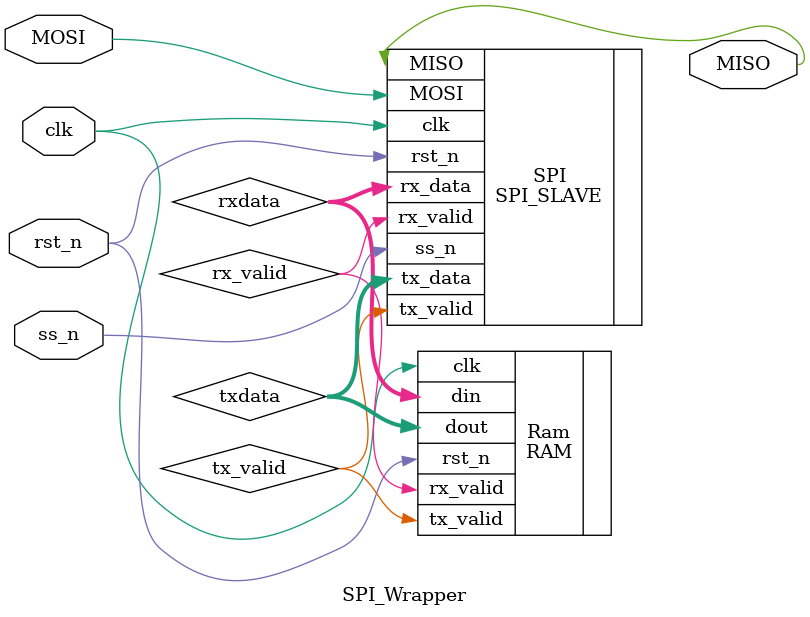
<source format=v>
module SPI_Wrapper #(parameter MEM_DEPTH = 256 , parameter ADDR_SIZE = 8)(
    input clk , ss_n , MOSI , rst_n ,
    output MISO 
);

// This module serves as an interface between the SPI_SLAVE and RAM modules

// Internal signal wires for communication between SPI_SLAVE and RAM
wire [9:0] rxdata;    // Data received from SPI
wire [7:0] txdata;    // Data to be sent back via SPI
wire rx_valid, tx_valid; // Control signals indicating data validity

// Instantiate SPI_SLAVE module
SPI_SLAVE SPI(
    .MOSI(MOSI),
    .MISO(MISO),
    .clk(clk),
    .ss_n(ss_n),
    .rst_n(rst_n),
    .rx_data(rxdata),  // Connect received data to RAM
    .tx_data(txdata),  // Connect transmitted data from RAM
    .rx_valid(rx_valid), // Indicate valid received data
    .tx_valid(tx_valid)  // Indicate valid data for transmission
);

// Instantiate RAM module with parameterized memory depth and address size
RAM #(MEM_DEPTH, ADDR_SIZE) Ram (
    .din(rxdata),       // Data input from SPI_SLAVE
    .dout(txdata),      // Data output to SPI_SLAVE
    .clk(clk),
    .rx_valid(rx_valid),
    .tx_valid(tx_valid),
    .rst_n(rst_n)
);

endmodule

</source>
